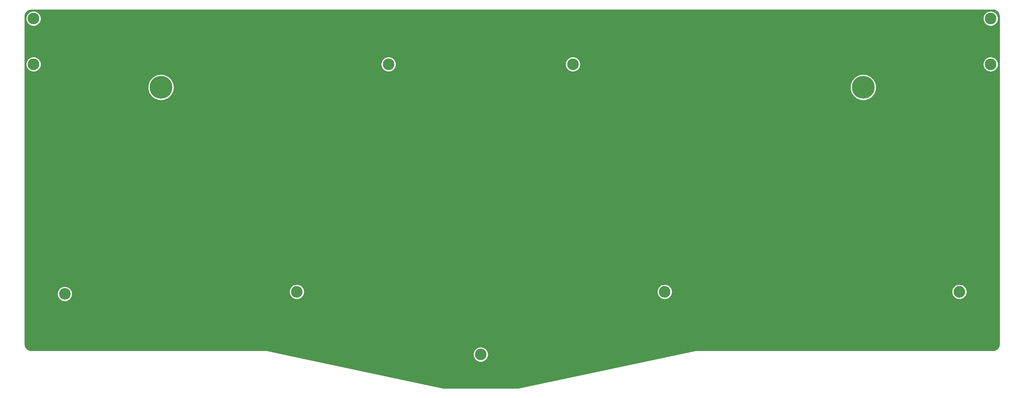
<source format=gtl>
G04 #@! TF.GenerationSoftware,KiCad,Pcbnew,5.1.10-88a1d61d58~90~ubuntu21.04.1*
G04 #@! TF.CreationDate,2021-08-17T12:13:25+02:00*
G04 #@! TF.ProjectId,basketweave_bottom,6261736b-6574-4776-9561-76655f626f74,rev?*
G04 #@! TF.SameCoordinates,Original*
G04 #@! TF.FileFunction,Copper,L1,Top*
G04 #@! TF.FilePolarity,Positive*
%FSLAX46Y46*%
G04 Gerber Fmt 4.6, Leading zero omitted, Abs format (unit mm)*
G04 Created by KiCad (PCBNEW 5.1.10-88a1d61d58~90~ubuntu21.04.1) date 2021-08-17 12:13:25*
%MOMM*%
%LPD*%
G01*
G04 APERTURE LIST*
G04 #@! TA.AperFunction,ComponentPad*
%ADD10C,4.400000*%
G04 #@! TD*
G04 #@! TA.AperFunction,ComponentPad*
%ADD11C,8.600000*%
G04 #@! TD*
G04 #@! TA.AperFunction,NonConductor*
%ADD12C,0.254000*%
G04 #@! TD*
G04 #@! TA.AperFunction,NonConductor*
%ADD13C,0.100000*%
G04 #@! TD*
G04 APERTURE END LIST*
D10*
X378618750Y-180975000D03*
X27021250Y-77023750D03*
D11*
X75406250Y-103187500D03*
D10*
X266700000Y-180975000D03*
X127000000Y-180975000D03*
X27021250Y-94420000D03*
X390491250Y-77023750D03*
X196850000Y-204787500D03*
X161845000Y-94420000D03*
X38893750Y-181768750D03*
X231855000Y-94420000D03*
X390491250Y-94420000D03*
D11*
X342106250Y-103187500D03*
D12*
X391806634Y-73736002D02*
X392275938Y-73877694D01*
X392708775Y-74107837D01*
X393088677Y-74417678D01*
X393401153Y-74795397D01*
X393634319Y-75226627D01*
X393779282Y-75694928D01*
X393833750Y-76213153D01*
X393833751Y-200786462D01*
X393782748Y-201306633D01*
X393641057Y-201775936D01*
X393410911Y-202208778D01*
X393101073Y-202588677D01*
X392723350Y-202901156D01*
X392292123Y-203134319D01*
X391823823Y-203279282D01*
X391305597Y-203333750D01*
X278634582Y-203333750D01*
X278598071Y-203330608D01*
X278537550Y-203337323D01*
X278476867Y-203343300D01*
X278441787Y-203353942D01*
X211068389Y-217621250D01*
X182631972Y-217621250D01*
X121030133Y-204508277D01*
X194015000Y-204508277D01*
X194015000Y-205066723D01*
X194123948Y-205614439D01*
X194337656Y-206130376D01*
X194647912Y-206594707D01*
X195042793Y-206989588D01*
X195507124Y-207299844D01*
X196023061Y-207513552D01*
X196570777Y-207622500D01*
X197129223Y-207622500D01*
X197676939Y-207513552D01*
X198192876Y-207299844D01*
X198657207Y-206989588D01*
X199052088Y-206594707D01*
X199362344Y-206130376D01*
X199576052Y-205614439D01*
X199685000Y-205066723D01*
X199685000Y-204508277D01*
X199576052Y-203960561D01*
X199362344Y-203444624D01*
X199052088Y-202980293D01*
X198657207Y-202585412D01*
X198192876Y-202275156D01*
X197676939Y-202061448D01*
X197129223Y-201952500D01*
X196570777Y-201952500D01*
X196023061Y-202061448D01*
X195507124Y-202275156D01*
X195042793Y-202585412D01*
X194647912Y-202980293D01*
X194337656Y-203444624D01*
X194123948Y-203960561D01*
X194015000Y-204508277D01*
X121030133Y-204508277D01*
X115607797Y-203354043D01*
X115572383Y-203343300D01*
X115512046Y-203337357D01*
X115451877Y-203330617D01*
X115415015Y-203333750D01*
X26226028Y-203333750D01*
X25705867Y-203282748D01*
X25236564Y-203141057D01*
X24803722Y-202910911D01*
X24423823Y-202601073D01*
X24111344Y-202223350D01*
X23878181Y-201792123D01*
X23733218Y-201323823D01*
X23678750Y-200805597D01*
X23678750Y-181489527D01*
X36058750Y-181489527D01*
X36058750Y-182047973D01*
X36167698Y-182595689D01*
X36381406Y-183111626D01*
X36691662Y-183575957D01*
X37086543Y-183970838D01*
X37550874Y-184281094D01*
X38066811Y-184494802D01*
X38614527Y-184603750D01*
X39172973Y-184603750D01*
X39720689Y-184494802D01*
X40236626Y-184281094D01*
X40700957Y-183970838D01*
X41095838Y-183575957D01*
X41406094Y-183111626D01*
X41619802Y-182595689D01*
X41728750Y-182047973D01*
X41728750Y-181489527D01*
X41619802Y-180941811D01*
X41517892Y-180695777D01*
X124165000Y-180695777D01*
X124165000Y-181254223D01*
X124273948Y-181801939D01*
X124487656Y-182317876D01*
X124797912Y-182782207D01*
X125192793Y-183177088D01*
X125657124Y-183487344D01*
X126173061Y-183701052D01*
X126720777Y-183810000D01*
X127279223Y-183810000D01*
X127826939Y-183701052D01*
X128342876Y-183487344D01*
X128807207Y-183177088D01*
X129202088Y-182782207D01*
X129512344Y-182317876D01*
X129726052Y-181801939D01*
X129835000Y-181254223D01*
X129835000Y-180695777D01*
X263865000Y-180695777D01*
X263865000Y-181254223D01*
X263973948Y-181801939D01*
X264187656Y-182317876D01*
X264497912Y-182782207D01*
X264892793Y-183177088D01*
X265357124Y-183487344D01*
X265873061Y-183701052D01*
X266420777Y-183810000D01*
X266979223Y-183810000D01*
X267526939Y-183701052D01*
X268042876Y-183487344D01*
X268507207Y-183177088D01*
X268902088Y-182782207D01*
X269212344Y-182317876D01*
X269426052Y-181801939D01*
X269535000Y-181254223D01*
X269535000Y-180695777D01*
X375783750Y-180695777D01*
X375783750Y-181254223D01*
X375892698Y-181801939D01*
X376106406Y-182317876D01*
X376416662Y-182782207D01*
X376811543Y-183177088D01*
X377275874Y-183487344D01*
X377791811Y-183701052D01*
X378339527Y-183810000D01*
X378897973Y-183810000D01*
X379445689Y-183701052D01*
X379961626Y-183487344D01*
X380425957Y-183177088D01*
X380820838Y-182782207D01*
X381131094Y-182317876D01*
X381344802Y-181801939D01*
X381453750Y-181254223D01*
X381453750Y-180695777D01*
X381344802Y-180148061D01*
X381131094Y-179632124D01*
X380820838Y-179167793D01*
X380425957Y-178772912D01*
X379961626Y-178462656D01*
X379445689Y-178248948D01*
X378897973Y-178140000D01*
X378339527Y-178140000D01*
X377791811Y-178248948D01*
X377275874Y-178462656D01*
X376811543Y-178772912D01*
X376416662Y-179167793D01*
X376106406Y-179632124D01*
X375892698Y-180148061D01*
X375783750Y-180695777D01*
X269535000Y-180695777D01*
X269426052Y-180148061D01*
X269212344Y-179632124D01*
X268902088Y-179167793D01*
X268507207Y-178772912D01*
X268042876Y-178462656D01*
X267526939Y-178248948D01*
X266979223Y-178140000D01*
X266420777Y-178140000D01*
X265873061Y-178248948D01*
X265357124Y-178462656D01*
X264892793Y-178772912D01*
X264497912Y-179167793D01*
X264187656Y-179632124D01*
X263973948Y-180148061D01*
X263865000Y-180695777D01*
X129835000Y-180695777D01*
X129726052Y-180148061D01*
X129512344Y-179632124D01*
X129202088Y-179167793D01*
X128807207Y-178772912D01*
X128342876Y-178462656D01*
X127826939Y-178248948D01*
X127279223Y-178140000D01*
X126720777Y-178140000D01*
X126173061Y-178248948D01*
X125657124Y-178462656D01*
X125192793Y-178772912D01*
X124797912Y-179167793D01*
X124487656Y-179632124D01*
X124273948Y-180148061D01*
X124165000Y-180695777D01*
X41517892Y-180695777D01*
X41406094Y-180425874D01*
X41095838Y-179961543D01*
X40700957Y-179566662D01*
X40236626Y-179256406D01*
X39720689Y-179042698D01*
X39172973Y-178933750D01*
X38614527Y-178933750D01*
X38066811Y-179042698D01*
X37550874Y-179256406D01*
X37086543Y-179566662D01*
X36691662Y-179961543D01*
X36381406Y-180425874D01*
X36167698Y-180941811D01*
X36058750Y-181489527D01*
X23678750Y-181489527D01*
X23678750Y-102701445D01*
X70471250Y-102701445D01*
X70471250Y-103673555D01*
X70660900Y-104626986D01*
X71032910Y-105525099D01*
X71572985Y-106333379D01*
X72260371Y-107020765D01*
X73068651Y-107560840D01*
X73966764Y-107932850D01*
X74920195Y-108122500D01*
X75892305Y-108122500D01*
X76845736Y-107932850D01*
X77743849Y-107560840D01*
X78552129Y-107020765D01*
X79239515Y-106333379D01*
X79779590Y-105525099D01*
X80151600Y-104626986D01*
X80341250Y-103673555D01*
X80341250Y-102701445D01*
X337171250Y-102701445D01*
X337171250Y-103673555D01*
X337360900Y-104626986D01*
X337732910Y-105525099D01*
X338272985Y-106333379D01*
X338960371Y-107020765D01*
X339768651Y-107560840D01*
X340666764Y-107932850D01*
X341620195Y-108122500D01*
X342592305Y-108122500D01*
X343545736Y-107932850D01*
X344443849Y-107560840D01*
X345252129Y-107020765D01*
X345939515Y-106333379D01*
X346479590Y-105525099D01*
X346851600Y-104626986D01*
X347041250Y-103673555D01*
X347041250Y-102701445D01*
X346851600Y-101748014D01*
X346479590Y-100849901D01*
X345939515Y-100041621D01*
X345252129Y-99354235D01*
X344443849Y-98814160D01*
X343545736Y-98442150D01*
X342592305Y-98252500D01*
X341620195Y-98252500D01*
X340666764Y-98442150D01*
X339768651Y-98814160D01*
X338960371Y-99354235D01*
X338272985Y-100041621D01*
X337732910Y-100849901D01*
X337360900Y-101748014D01*
X337171250Y-102701445D01*
X80341250Y-102701445D01*
X80151600Y-101748014D01*
X79779590Y-100849901D01*
X79239515Y-100041621D01*
X78552129Y-99354235D01*
X77743849Y-98814160D01*
X76845736Y-98442150D01*
X75892305Y-98252500D01*
X74920195Y-98252500D01*
X73966764Y-98442150D01*
X73068651Y-98814160D01*
X72260371Y-99354235D01*
X71572985Y-100041621D01*
X71032910Y-100849901D01*
X70660900Y-101748014D01*
X70471250Y-102701445D01*
X23678750Y-102701445D01*
X23678750Y-94140777D01*
X24186250Y-94140777D01*
X24186250Y-94699223D01*
X24295198Y-95246939D01*
X24508906Y-95762876D01*
X24819162Y-96227207D01*
X25214043Y-96622088D01*
X25678374Y-96932344D01*
X26194311Y-97146052D01*
X26742027Y-97255000D01*
X27300473Y-97255000D01*
X27848189Y-97146052D01*
X28364126Y-96932344D01*
X28828457Y-96622088D01*
X29223338Y-96227207D01*
X29533594Y-95762876D01*
X29747302Y-95246939D01*
X29856250Y-94699223D01*
X29856250Y-94140777D01*
X159010000Y-94140777D01*
X159010000Y-94699223D01*
X159118948Y-95246939D01*
X159332656Y-95762876D01*
X159642912Y-96227207D01*
X160037793Y-96622088D01*
X160502124Y-96932344D01*
X161018061Y-97146052D01*
X161565777Y-97255000D01*
X162124223Y-97255000D01*
X162671939Y-97146052D01*
X163187876Y-96932344D01*
X163652207Y-96622088D01*
X164047088Y-96227207D01*
X164357344Y-95762876D01*
X164571052Y-95246939D01*
X164680000Y-94699223D01*
X164680000Y-94140777D01*
X229020000Y-94140777D01*
X229020000Y-94699223D01*
X229128948Y-95246939D01*
X229342656Y-95762876D01*
X229652912Y-96227207D01*
X230047793Y-96622088D01*
X230512124Y-96932344D01*
X231028061Y-97146052D01*
X231575777Y-97255000D01*
X232134223Y-97255000D01*
X232681939Y-97146052D01*
X233197876Y-96932344D01*
X233662207Y-96622088D01*
X234057088Y-96227207D01*
X234367344Y-95762876D01*
X234581052Y-95246939D01*
X234690000Y-94699223D01*
X234690000Y-94140777D01*
X387656250Y-94140777D01*
X387656250Y-94699223D01*
X387765198Y-95246939D01*
X387978906Y-95762876D01*
X388289162Y-96227207D01*
X388684043Y-96622088D01*
X389148374Y-96932344D01*
X389664311Y-97146052D01*
X390212027Y-97255000D01*
X390770473Y-97255000D01*
X391318189Y-97146052D01*
X391834126Y-96932344D01*
X392298457Y-96622088D01*
X392693338Y-96227207D01*
X393003594Y-95762876D01*
X393217302Y-95246939D01*
X393326250Y-94699223D01*
X393326250Y-94140777D01*
X393217302Y-93593061D01*
X393003594Y-93077124D01*
X392693338Y-92612793D01*
X392298457Y-92217912D01*
X391834126Y-91907656D01*
X391318189Y-91693948D01*
X390770473Y-91585000D01*
X390212027Y-91585000D01*
X389664311Y-91693948D01*
X389148374Y-91907656D01*
X388684043Y-92217912D01*
X388289162Y-92612793D01*
X387978906Y-93077124D01*
X387765198Y-93593061D01*
X387656250Y-94140777D01*
X234690000Y-94140777D01*
X234581052Y-93593061D01*
X234367344Y-93077124D01*
X234057088Y-92612793D01*
X233662207Y-92217912D01*
X233197876Y-91907656D01*
X232681939Y-91693948D01*
X232134223Y-91585000D01*
X231575777Y-91585000D01*
X231028061Y-91693948D01*
X230512124Y-91907656D01*
X230047793Y-92217912D01*
X229652912Y-92612793D01*
X229342656Y-93077124D01*
X229128948Y-93593061D01*
X229020000Y-94140777D01*
X164680000Y-94140777D01*
X164571052Y-93593061D01*
X164357344Y-93077124D01*
X164047088Y-92612793D01*
X163652207Y-92217912D01*
X163187876Y-91907656D01*
X162671939Y-91693948D01*
X162124223Y-91585000D01*
X161565777Y-91585000D01*
X161018061Y-91693948D01*
X160502124Y-91907656D01*
X160037793Y-92217912D01*
X159642912Y-92612793D01*
X159332656Y-93077124D01*
X159118948Y-93593061D01*
X159010000Y-94140777D01*
X29856250Y-94140777D01*
X29747302Y-93593061D01*
X29533594Y-93077124D01*
X29223338Y-92612793D01*
X28828457Y-92217912D01*
X28364126Y-91907656D01*
X27848189Y-91693948D01*
X27300473Y-91585000D01*
X26742027Y-91585000D01*
X26194311Y-91693948D01*
X25678374Y-91907656D01*
X25214043Y-92217912D01*
X24819162Y-92612793D01*
X24508906Y-93077124D01*
X24295198Y-93593061D01*
X24186250Y-94140777D01*
X23678750Y-94140777D01*
X23678750Y-76744527D01*
X24186250Y-76744527D01*
X24186250Y-77302973D01*
X24295198Y-77850689D01*
X24508906Y-78366626D01*
X24819162Y-78830957D01*
X25214043Y-79225838D01*
X25678374Y-79536094D01*
X26194311Y-79749802D01*
X26742027Y-79858750D01*
X27300473Y-79858750D01*
X27848189Y-79749802D01*
X28364126Y-79536094D01*
X28828457Y-79225838D01*
X29223338Y-78830957D01*
X29533594Y-78366626D01*
X29747302Y-77850689D01*
X29856250Y-77302973D01*
X29856250Y-76744527D01*
X387656250Y-76744527D01*
X387656250Y-77302973D01*
X387765198Y-77850689D01*
X387978906Y-78366626D01*
X388289162Y-78830957D01*
X388684043Y-79225838D01*
X389148374Y-79536094D01*
X389664311Y-79749802D01*
X390212027Y-79858750D01*
X390770473Y-79858750D01*
X391318189Y-79749802D01*
X391834126Y-79536094D01*
X392298457Y-79225838D01*
X392693338Y-78830957D01*
X393003594Y-78366626D01*
X393217302Y-77850689D01*
X393326250Y-77302973D01*
X393326250Y-76744527D01*
X393217302Y-76196811D01*
X393003594Y-75680874D01*
X392693338Y-75216543D01*
X392298457Y-74821662D01*
X391834126Y-74511406D01*
X391318189Y-74297698D01*
X390770473Y-74188750D01*
X390212027Y-74188750D01*
X389664311Y-74297698D01*
X389148374Y-74511406D01*
X388684043Y-74821662D01*
X388289162Y-75216543D01*
X387978906Y-75680874D01*
X387765198Y-76196811D01*
X387656250Y-76744527D01*
X29856250Y-76744527D01*
X29747302Y-76196811D01*
X29533594Y-75680874D01*
X29223338Y-75216543D01*
X28828457Y-74821662D01*
X28364126Y-74511406D01*
X27848189Y-74297698D01*
X27300473Y-74188750D01*
X26742027Y-74188750D01*
X26194311Y-74297698D01*
X25678374Y-74511406D01*
X25214043Y-74821662D01*
X24819162Y-75216543D01*
X24508906Y-75680874D01*
X24295198Y-76196811D01*
X24186250Y-76744527D01*
X23678750Y-76744527D01*
X23678750Y-76232278D01*
X23729752Y-75712116D01*
X23871444Y-75242812D01*
X24101587Y-74809975D01*
X24411428Y-74430073D01*
X24789147Y-74117597D01*
X25220377Y-73884431D01*
X25688678Y-73739468D01*
X26206903Y-73685000D01*
X391286472Y-73685000D01*
X391806634Y-73736002D01*
G04 #@! TA.AperFunction,NonConductor*
D13*
G36*
X391806634Y-73736002D02*
G01*
X392275938Y-73877694D01*
X392708775Y-74107837D01*
X393088677Y-74417678D01*
X393401153Y-74795397D01*
X393634319Y-75226627D01*
X393779282Y-75694928D01*
X393833750Y-76213153D01*
X393833751Y-200786462D01*
X393782748Y-201306633D01*
X393641057Y-201775936D01*
X393410911Y-202208778D01*
X393101073Y-202588677D01*
X392723350Y-202901156D01*
X392292123Y-203134319D01*
X391823823Y-203279282D01*
X391305597Y-203333750D01*
X278634582Y-203333750D01*
X278598071Y-203330608D01*
X278537550Y-203337323D01*
X278476867Y-203343300D01*
X278441787Y-203353942D01*
X211068389Y-217621250D01*
X182631972Y-217621250D01*
X121030133Y-204508277D01*
X194015000Y-204508277D01*
X194015000Y-205066723D01*
X194123948Y-205614439D01*
X194337656Y-206130376D01*
X194647912Y-206594707D01*
X195042793Y-206989588D01*
X195507124Y-207299844D01*
X196023061Y-207513552D01*
X196570777Y-207622500D01*
X197129223Y-207622500D01*
X197676939Y-207513552D01*
X198192876Y-207299844D01*
X198657207Y-206989588D01*
X199052088Y-206594707D01*
X199362344Y-206130376D01*
X199576052Y-205614439D01*
X199685000Y-205066723D01*
X199685000Y-204508277D01*
X199576052Y-203960561D01*
X199362344Y-203444624D01*
X199052088Y-202980293D01*
X198657207Y-202585412D01*
X198192876Y-202275156D01*
X197676939Y-202061448D01*
X197129223Y-201952500D01*
X196570777Y-201952500D01*
X196023061Y-202061448D01*
X195507124Y-202275156D01*
X195042793Y-202585412D01*
X194647912Y-202980293D01*
X194337656Y-203444624D01*
X194123948Y-203960561D01*
X194015000Y-204508277D01*
X121030133Y-204508277D01*
X115607797Y-203354043D01*
X115572383Y-203343300D01*
X115512046Y-203337357D01*
X115451877Y-203330617D01*
X115415015Y-203333750D01*
X26226028Y-203333750D01*
X25705867Y-203282748D01*
X25236564Y-203141057D01*
X24803722Y-202910911D01*
X24423823Y-202601073D01*
X24111344Y-202223350D01*
X23878181Y-201792123D01*
X23733218Y-201323823D01*
X23678750Y-200805597D01*
X23678750Y-181489527D01*
X36058750Y-181489527D01*
X36058750Y-182047973D01*
X36167698Y-182595689D01*
X36381406Y-183111626D01*
X36691662Y-183575957D01*
X37086543Y-183970838D01*
X37550874Y-184281094D01*
X38066811Y-184494802D01*
X38614527Y-184603750D01*
X39172973Y-184603750D01*
X39720689Y-184494802D01*
X40236626Y-184281094D01*
X40700957Y-183970838D01*
X41095838Y-183575957D01*
X41406094Y-183111626D01*
X41619802Y-182595689D01*
X41728750Y-182047973D01*
X41728750Y-181489527D01*
X41619802Y-180941811D01*
X41517892Y-180695777D01*
X124165000Y-180695777D01*
X124165000Y-181254223D01*
X124273948Y-181801939D01*
X124487656Y-182317876D01*
X124797912Y-182782207D01*
X125192793Y-183177088D01*
X125657124Y-183487344D01*
X126173061Y-183701052D01*
X126720777Y-183810000D01*
X127279223Y-183810000D01*
X127826939Y-183701052D01*
X128342876Y-183487344D01*
X128807207Y-183177088D01*
X129202088Y-182782207D01*
X129512344Y-182317876D01*
X129726052Y-181801939D01*
X129835000Y-181254223D01*
X129835000Y-180695777D01*
X263865000Y-180695777D01*
X263865000Y-181254223D01*
X263973948Y-181801939D01*
X264187656Y-182317876D01*
X264497912Y-182782207D01*
X264892793Y-183177088D01*
X265357124Y-183487344D01*
X265873061Y-183701052D01*
X266420777Y-183810000D01*
X266979223Y-183810000D01*
X267526939Y-183701052D01*
X268042876Y-183487344D01*
X268507207Y-183177088D01*
X268902088Y-182782207D01*
X269212344Y-182317876D01*
X269426052Y-181801939D01*
X269535000Y-181254223D01*
X269535000Y-180695777D01*
X375783750Y-180695777D01*
X375783750Y-181254223D01*
X375892698Y-181801939D01*
X376106406Y-182317876D01*
X376416662Y-182782207D01*
X376811543Y-183177088D01*
X377275874Y-183487344D01*
X377791811Y-183701052D01*
X378339527Y-183810000D01*
X378897973Y-183810000D01*
X379445689Y-183701052D01*
X379961626Y-183487344D01*
X380425957Y-183177088D01*
X380820838Y-182782207D01*
X381131094Y-182317876D01*
X381344802Y-181801939D01*
X381453750Y-181254223D01*
X381453750Y-180695777D01*
X381344802Y-180148061D01*
X381131094Y-179632124D01*
X380820838Y-179167793D01*
X380425957Y-178772912D01*
X379961626Y-178462656D01*
X379445689Y-178248948D01*
X378897973Y-178140000D01*
X378339527Y-178140000D01*
X377791811Y-178248948D01*
X377275874Y-178462656D01*
X376811543Y-178772912D01*
X376416662Y-179167793D01*
X376106406Y-179632124D01*
X375892698Y-180148061D01*
X375783750Y-180695777D01*
X269535000Y-180695777D01*
X269426052Y-180148061D01*
X269212344Y-179632124D01*
X268902088Y-179167793D01*
X268507207Y-178772912D01*
X268042876Y-178462656D01*
X267526939Y-178248948D01*
X266979223Y-178140000D01*
X266420777Y-178140000D01*
X265873061Y-178248948D01*
X265357124Y-178462656D01*
X264892793Y-178772912D01*
X264497912Y-179167793D01*
X264187656Y-179632124D01*
X263973948Y-180148061D01*
X263865000Y-180695777D01*
X129835000Y-180695777D01*
X129726052Y-180148061D01*
X129512344Y-179632124D01*
X129202088Y-179167793D01*
X128807207Y-178772912D01*
X128342876Y-178462656D01*
X127826939Y-178248948D01*
X127279223Y-178140000D01*
X126720777Y-178140000D01*
X126173061Y-178248948D01*
X125657124Y-178462656D01*
X125192793Y-178772912D01*
X124797912Y-179167793D01*
X124487656Y-179632124D01*
X124273948Y-180148061D01*
X124165000Y-180695777D01*
X41517892Y-180695777D01*
X41406094Y-180425874D01*
X41095838Y-179961543D01*
X40700957Y-179566662D01*
X40236626Y-179256406D01*
X39720689Y-179042698D01*
X39172973Y-178933750D01*
X38614527Y-178933750D01*
X38066811Y-179042698D01*
X37550874Y-179256406D01*
X37086543Y-179566662D01*
X36691662Y-179961543D01*
X36381406Y-180425874D01*
X36167698Y-180941811D01*
X36058750Y-181489527D01*
X23678750Y-181489527D01*
X23678750Y-102701445D01*
X70471250Y-102701445D01*
X70471250Y-103673555D01*
X70660900Y-104626986D01*
X71032910Y-105525099D01*
X71572985Y-106333379D01*
X72260371Y-107020765D01*
X73068651Y-107560840D01*
X73966764Y-107932850D01*
X74920195Y-108122500D01*
X75892305Y-108122500D01*
X76845736Y-107932850D01*
X77743849Y-107560840D01*
X78552129Y-107020765D01*
X79239515Y-106333379D01*
X79779590Y-105525099D01*
X80151600Y-104626986D01*
X80341250Y-103673555D01*
X80341250Y-102701445D01*
X337171250Y-102701445D01*
X337171250Y-103673555D01*
X337360900Y-104626986D01*
X337732910Y-105525099D01*
X338272985Y-106333379D01*
X338960371Y-107020765D01*
X339768651Y-107560840D01*
X340666764Y-107932850D01*
X341620195Y-108122500D01*
X342592305Y-108122500D01*
X343545736Y-107932850D01*
X344443849Y-107560840D01*
X345252129Y-107020765D01*
X345939515Y-106333379D01*
X346479590Y-105525099D01*
X346851600Y-104626986D01*
X347041250Y-103673555D01*
X347041250Y-102701445D01*
X346851600Y-101748014D01*
X346479590Y-100849901D01*
X345939515Y-100041621D01*
X345252129Y-99354235D01*
X344443849Y-98814160D01*
X343545736Y-98442150D01*
X342592305Y-98252500D01*
X341620195Y-98252500D01*
X340666764Y-98442150D01*
X339768651Y-98814160D01*
X338960371Y-99354235D01*
X338272985Y-100041621D01*
X337732910Y-100849901D01*
X337360900Y-101748014D01*
X337171250Y-102701445D01*
X80341250Y-102701445D01*
X80151600Y-101748014D01*
X79779590Y-100849901D01*
X79239515Y-100041621D01*
X78552129Y-99354235D01*
X77743849Y-98814160D01*
X76845736Y-98442150D01*
X75892305Y-98252500D01*
X74920195Y-98252500D01*
X73966764Y-98442150D01*
X73068651Y-98814160D01*
X72260371Y-99354235D01*
X71572985Y-100041621D01*
X71032910Y-100849901D01*
X70660900Y-101748014D01*
X70471250Y-102701445D01*
X23678750Y-102701445D01*
X23678750Y-94140777D01*
X24186250Y-94140777D01*
X24186250Y-94699223D01*
X24295198Y-95246939D01*
X24508906Y-95762876D01*
X24819162Y-96227207D01*
X25214043Y-96622088D01*
X25678374Y-96932344D01*
X26194311Y-97146052D01*
X26742027Y-97255000D01*
X27300473Y-97255000D01*
X27848189Y-97146052D01*
X28364126Y-96932344D01*
X28828457Y-96622088D01*
X29223338Y-96227207D01*
X29533594Y-95762876D01*
X29747302Y-95246939D01*
X29856250Y-94699223D01*
X29856250Y-94140777D01*
X159010000Y-94140777D01*
X159010000Y-94699223D01*
X159118948Y-95246939D01*
X159332656Y-95762876D01*
X159642912Y-96227207D01*
X160037793Y-96622088D01*
X160502124Y-96932344D01*
X161018061Y-97146052D01*
X161565777Y-97255000D01*
X162124223Y-97255000D01*
X162671939Y-97146052D01*
X163187876Y-96932344D01*
X163652207Y-96622088D01*
X164047088Y-96227207D01*
X164357344Y-95762876D01*
X164571052Y-95246939D01*
X164680000Y-94699223D01*
X164680000Y-94140777D01*
X229020000Y-94140777D01*
X229020000Y-94699223D01*
X229128948Y-95246939D01*
X229342656Y-95762876D01*
X229652912Y-96227207D01*
X230047793Y-96622088D01*
X230512124Y-96932344D01*
X231028061Y-97146052D01*
X231575777Y-97255000D01*
X232134223Y-97255000D01*
X232681939Y-97146052D01*
X233197876Y-96932344D01*
X233662207Y-96622088D01*
X234057088Y-96227207D01*
X234367344Y-95762876D01*
X234581052Y-95246939D01*
X234690000Y-94699223D01*
X234690000Y-94140777D01*
X387656250Y-94140777D01*
X387656250Y-94699223D01*
X387765198Y-95246939D01*
X387978906Y-95762876D01*
X388289162Y-96227207D01*
X388684043Y-96622088D01*
X389148374Y-96932344D01*
X389664311Y-97146052D01*
X390212027Y-97255000D01*
X390770473Y-97255000D01*
X391318189Y-97146052D01*
X391834126Y-96932344D01*
X392298457Y-96622088D01*
X392693338Y-96227207D01*
X393003594Y-95762876D01*
X393217302Y-95246939D01*
X393326250Y-94699223D01*
X393326250Y-94140777D01*
X393217302Y-93593061D01*
X393003594Y-93077124D01*
X392693338Y-92612793D01*
X392298457Y-92217912D01*
X391834126Y-91907656D01*
X391318189Y-91693948D01*
X390770473Y-91585000D01*
X390212027Y-91585000D01*
X389664311Y-91693948D01*
X389148374Y-91907656D01*
X388684043Y-92217912D01*
X388289162Y-92612793D01*
X387978906Y-93077124D01*
X387765198Y-93593061D01*
X387656250Y-94140777D01*
X234690000Y-94140777D01*
X234581052Y-93593061D01*
X234367344Y-93077124D01*
X234057088Y-92612793D01*
X233662207Y-92217912D01*
X233197876Y-91907656D01*
X232681939Y-91693948D01*
X232134223Y-91585000D01*
X231575777Y-91585000D01*
X231028061Y-91693948D01*
X230512124Y-91907656D01*
X230047793Y-92217912D01*
X229652912Y-92612793D01*
X229342656Y-93077124D01*
X229128948Y-93593061D01*
X229020000Y-94140777D01*
X164680000Y-94140777D01*
X164571052Y-93593061D01*
X164357344Y-93077124D01*
X164047088Y-92612793D01*
X163652207Y-92217912D01*
X163187876Y-91907656D01*
X162671939Y-91693948D01*
X162124223Y-91585000D01*
X161565777Y-91585000D01*
X161018061Y-91693948D01*
X160502124Y-91907656D01*
X160037793Y-92217912D01*
X159642912Y-92612793D01*
X159332656Y-93077124D01*
X159118948Y-93593061D01*
X159010000Y-94140777D01*
X29856250Y-94140777D01*
X29747302Y-93593061D01*
X29533594Y-93077124D01*
X29223338Y-92612793D01*
X28828457Y-92217912D01*
X28364126Y-91907656D01*
X27848189Y-91693948D01*
X27300473Y-91585000D01*
X26742027Y-91585000D01*
X26194311Y-91693948D01*
X25678374Y-91907656D01*
X25214043Y-92217912D01*
X24819162Y-92612793D01*
X24508906Y-93077124D01*
X24295198Y-93593061D01*
X24186250Y-94140777D01*
X23678750Y-94140777D01*
X23678750Y-76744527D01*
X24186250Y-76744527D01*
X24186250Y-77302973D01*
X24295198Y-77850689D01*
X24508906Y-78366626D01*
X24819162Y-78830957D01*
X25214043Y-79225838D01*
X25678374Y-79536094D01*
X26194311Y-79749802D01*
X26742027Y-79858750D01*
X27300473Y-79858750D01*
X27848189Y-79749802D01*
X28364126Y-79536094D01*
X28828457Y-79225838D01*
X29223338Y-78830957D01*
X29533594Y-78366626D01*
X29747302Y-77850689D01*
X29856250Y-77302973D01*
X29856250Y-76744527D01*
X387656250Y-76744527D01*
X387656250Y-77302973D01*
X387765198Y-77850689D01*
X387978906Y-78366626D01*
X388289162Y-78830957D01*
X388684043Y-79225838D01*
X389148374Y-79536094D01*
X389664311Y-79749802D01*
X390212027Y-79858750D01*
X390770473Y-79858750D01*
X391318189Y-79749802D01*
X391834126Y-79536094D01*
X392298457Y-79225838D01*
X392693338Y-78830957D01*
X393003594Y-78366626D01*
X393217302Y-77850689D01*
X393326250Y-77302973D01*
X393326250Y-76744527D01*
X393217302Y-76196811D01*
X393003594Y-75680874D01*
X392693338Y-75216543D01*
X392298457Y-74821662D01*
X391834126Y-74511406D01*
X391318189Y-74297698D01*
X390770473Y-74188750D01*
X390212027Y-74188750D01*
X389664311Y-74297698D01*
X389148374Y-74511406D01*
X388684043Y-74821662D01*
X388289162Y-75216543D01*
X387978906Y-75680874D01*
X387765198Y-76196811D01*
X387656250Y-76744527D01*
X29856250Y-76744527D01*
X29747302Y-76196811D01*
X29533594Y-75680874D01*
X29223338Y-75216543D01*
X28828457Y-74821662D01*
X28364126Y-74511406D01*
X27848189Y-74297698D01*
X27300473Y-74188750D01*
X26742027Y-74188750D01*
X26194311Y-74297698D01*
X25678374Y-74511406D01*
X25214043Y-74821662D01*
X24819162Y-75216543D01*
X24508906Y-75680874D01*
X24295198Y-76196811D01*
X24186250Y-76744527D01*
X23678750Y-76744527D01*
X23678750Y-76232278D01*
X23729752Y-75712116D01*
X23871444Y-75242812D01*
X24101587Y-74809975D01*
X24411428Y-74430073D01*
X24789147Y-74117597D01*
X25220377Y-73884431D01*
X25688678Y-73739468D01*
X26206903Y-73685000D01*
X391286472Y-73685000D01*
X391806634Y-73736002D01*
G37*
G04 #@! TD.AperFunction*
M02*

</source>
